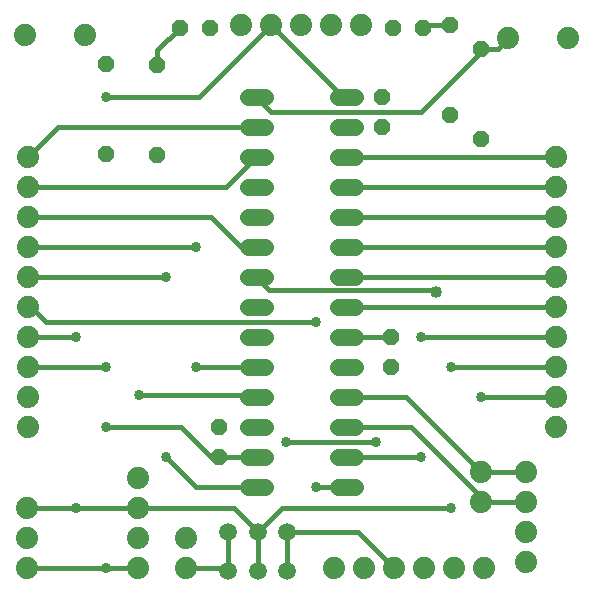
<source format=gbr>
G04 EAGLE Gerber RS-274X export*
G75*
%MOMM*%
%FSLAX34Y34*%
%LPD*%
%INTop Copper*%
%IPPOS*%
%AMOC8*
5,1,8,0,0,1.08239X$1,22.5*%
G01*
%ADD10P,1.539592X8X112.500000*%
%ADD11P,1.539592X8X292.500000*%
%ADD12P,1.539592X8X22.500000*%
%ADD13P,1.539592X8X202.500000*%
%ADD14C,1.422400*%
%ADD15C,1.879600*%
%ADD16C,1.509600*%
%ADD17C,0.406400*%
%ADD18C,0.858000*%
%ADD19C,1.016000*%


D10*
X322580Y393700D03*
X322580Y419100D03*
D11*
X330200Y215900D03*
X330200Y190500D03*
D10*
X184150Y114300D03*
X184150Y139700D03*
D12*
X331470Y477520D03*
X356870Y477520D03*
D13*
X176530Y477520D03*
X151130Y477520D03*
D10*
X379730Y403860D03*
X379730Y480060D03*
X132080Y369570D03*
X132080Y445770D03*
D11*
X406400Y459740D03*
X406400Y383540D03*
X88900Y447040D03*
X88900Y370840D03*
D14*
X208788Y419100D02*
X223012Y419100D01*
X223012Y393700D02*
X208788Y393700D01*
X208788Y368300D02*
X223012Y368300D01*
X223012Y342900D02*
X208788Y342900D01*
X208788Y317500D02*
X223012Y317500D01*
X223012Y292100D02*
X208788Y292100D01*
X208788Y266700D02*
X223012Y266700D01*
X223012Y241300D02*
X208788Y241300D01*
X208788Y215900D02*
X223012Y215900D01*
X223012Y190500D02*
X208788Y190500D01*
X208788Y165100D02*
X223012Y165100D01*
X223012Y139700D02*
X208788Y139700D01*
X208788Y114300D02*
X223012Y114300D01*
X223012Y88900D02*
X208788Y88900D01*
X284988Y88900D02*
X299212Y88900D01*
X299212Y114300D02*
X284988Y114300D01*
X284988Y139700D02*
X299212Y139700D01*
X299212Y165100D02*
X284988Y165100D01*
X284988Y190500D02*
X299212Y190500D01*
X299212Y215900D02*
X284988Y215900D01*
X284988Y241300D02*
X299212Y241300D01*
X299212Y266700D02*
X284988Y266700D01*
X284988Y292100D02*
X299212Y292100D01*
X299212Y317500D02*
X284988Y317500D01*
X284988Y342900D02*
X299212Y342900D01*
X299212Y368300D02*
X284988Y368300D01*
X284988Y393700D02*
X299212Y393700D01*
X299212Y419100D02*
X284988Y419100D01*
D15*
X406400Y101600D03*
X406400Y76200D03*
X469900Y368300D03*
X469900Y342900D03*
X469900Y317500D03*
X469900Y292100D03*
X469900Y266700D03*
X469900Y241300D03*
X469900Y215900D03*
X469900Y190500D03*
X469900Y165100D03*
X469900Y139700D03*
X22860Y241300D03*
X22860Y215900D03*
X22860Y190500D03*
X22860Y165100D03*
X22860Y139700D03*
X22860Y368300D03*
X22860Y342900D03*
X22860Y317500D03*
X22860Y292100D03*
X22860Y266700D03*
X21590Y71120D03*
X21590Y20320D03*
X21590Y45720D03*
X156210Y45720D03*
X156210Y20320D03*
D16*
X192170Y17790D03*
X217170Y17790D03*
X242170Y17790D03*
X242170Y50790D03*
X217170Y50790D03*
X192170Y50790D03*
D15*
X115570Y20320D03*
X115570Y45720D03*
X115570Y71120D03*
X115570Y96520D03*
X281940Y20320D03*
X307340Y20320D03*
X332740Y20320D03*
X358140Y20320D03*
X383540Y20320D03*
X408940Y20320D03*
X203200Y480060D03*
X228600Y480060D03*
X254000Y480060D03*
X279400Y480060D03*
X304800Y480060D03*
X444500Y25400D03*
X444500Y50800D03*
X444500Y76200D03*
X444500Y101600D03*
X429260Y468630D03*
X480060Y468630D03*
X71120Y471170D03*
X20320Y471170D03*
D17*
X156210Y20320D02*
X189640Y20320D01*
X192170Y17790D01*
X192170Y50790D01*
X242170Y50790D02*
X242170Y17790D01*
X302270Y50790D02*
X332740Y20320D01*
X302270Y50790D02*
X242170Y50790D01*
X215900Y114300D02*
X184150Y114300D01*
X88900Y20320D02*
X21590Y20320D01*
X88900Y20320D02*
X115570Y20320D01*
D18*
X406400Y165100D03*
D17*
X469900Y165100D01*
D18*
X88900Y190500D03*
D17*
X22860Y190500D01*
D18*
X88900Y139700D03*
D17*
X152400Y139700D01*
X177800Y114300D01*
X184150Y114300D01*
D18*
X88900Y20320D03*
D17*
X167640Y419100D02*
X228600Y480060D01*
X167640Y419100D02*
X88900Y419100D01*
D18*
X88900Y419100D03*
D17*
X228600Y480060D02*
X289560Y419100D01*
X292100Y419100D01*
X356870Y477520D02*
X359410Y480060D01*
X379730Y480060D01*
X330200Y215900D02*
X292100Y215900D01*
X228600Y406400D02*
X215900Y419100D01*
X228600Y406400D02*
X355600Y406400D01*
X406400Y457200D01*
X406400Y459740D01*
X420370Y459740D01*
X429260Y468630D01*
X151130Y477520D02*
X132080Y458470D01*
X132080Y445770D01*
D18*
X116840Y166370D03*
D17*
X214630Y166370D01*
X215900Y165100D01*
X406400Y76200D02*
X410210Y76200D01*
X444500Y76200D01*
X346710Y139700D02*
X292100Y139700D01*
X346710Y139700D02*
X410210Y76200D01*
X406400Y101600D02*
X444500Y101600D01*
X342900Y165100D02*
X292100Y165100D01*
X342900Y165100D02*
X406400Y101600D01*
X227076Y255524D02*
X215900Y266700D01*
X369316Y255524D02*
X369570Y255270D01*
X369316Y255524D02*
X227076Y255524D01*
X368300Y254000D02*
X369570Y255270D01*
D19*
X368300Y254000D03*
D18*
X317500Y127000D03*
D17*
X241300Y127000D01*
D18*
X241300Y127000D03*
D17*
X292100Y368300D02*
X469900Y368300D01*
X469900Y342900D02*
X292100Y342900D01*
X292100Y317500D02*
X469900Y317500D01*
X469900Y292100D02*
X292100Y292100D01*
X292100Y266700D02*
X469900Y266700D01*
X469900Y241300D02*
X292100Y241300D01*
X355600Y215900D02*
X469900Y215900D01*
D18*
X355600Y215900D03*
X355600Y114300D03*
D17*
X292100Y114300D01*
X25400Y241300D02*
X22860Y241300D01*
X25400Y241300D02*
X38100Y228600D01*
X266700Y228600D01*
D18*
X266700Y228600D03*
X266700Y88900D03*
D17*
X292100Y88900D01*
X139700Y266700D02*
X22860Y266700D01*
D18*
X139700Y266700D03*
X139700Y114300D03*
D17*
X165100Y88900D02*
X215900Y88900D01*
X165100Y88900D02*
X139700Y114300D01*
X165100Y292100D02*
X22860Y292100D01*
D18*
X165100Y292100D03*
X165100Y190500D03*
D17*
X215900Y190500D01*
X177800Y317500D02*
X22860Y317500D01*
X203200Y292100D02*
X215900Y292100D01*
X203200Y292100D02*
X177800Y317500D01*
X190500Y342900D02*
X215900Y368300D01*
X190500Y342900D02*
X22860Y342900D01*
X22860Y368300D02*
X48260Y393700D01*
X215900Y393700D01*
X63500Y71120D02*
X21590Y71120D01*
X63500Y71120D02*
X115570Y71120D01*
X217170Y50790D02*
X217170Y17790D01*
X217170Y50790D02*
X217170Y50800D01*
X63500Y215900D02*
X22860Y215900D01*
D18*
X63500Y215900D03*
X63500Y71120D03*
D17*
X381000Y190500D02*
X469900Y190500D01*
D18*
X381000Y190500D03*
X381000Y71120D03*
D17*
X196850Y71120D02*
X115570Y71120D01*
X196850Y71120D02*
X217170Y50800D01*
X217170Y50790D02*
X237500Y71120D01*
X381000Y71120D01*
M02*

</source>
